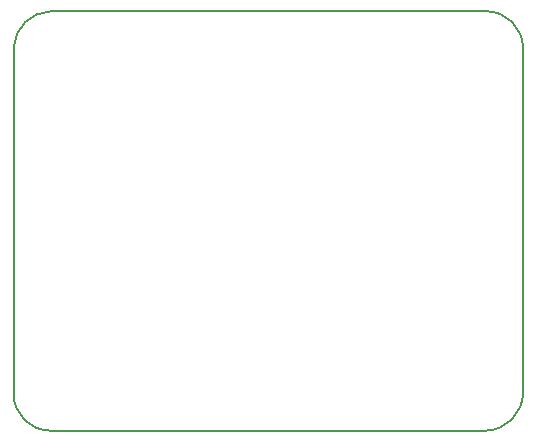
<source format=gko>
G04 DipTrace 2.4.0.2*
%INBoardOutline.gbr*%
%MOIN*%
%ADD11C,0.0055*%
%FSLAX44Y44*%
G04*
G70*
G90*
G75*
G01*
%LNBoardOutline*%
%LPD*%
X5200Y17920D2*
D11*
G03X3940Y16690I17J-1278D01*
G01*
Y5170D1*
G03X5170Y3940I1222J-8D01*
G01*
X19660D1*
G03X20920Y5200I-10J1270D01*
G01*
Y16690D1*
G03X19690Y17920I-1227J3D01*
G01*
X5200D1*
M02*

</source>
